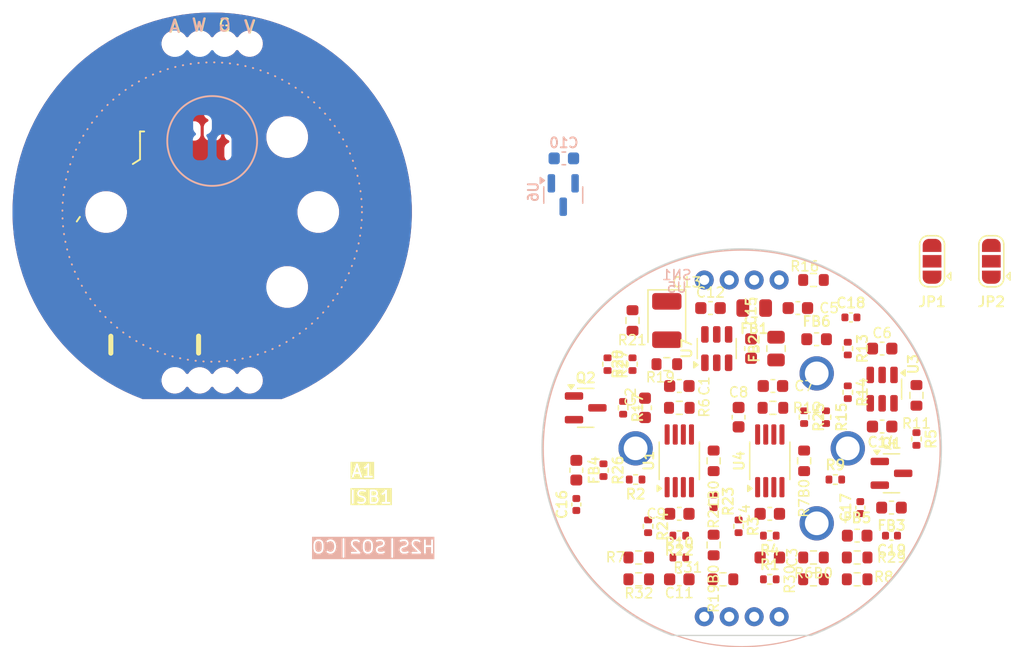
<source format=kicad_pcb>
(kicad_pcb (version 20241229) (generator "pcbnew") (generator_version "9.0")
  (layers (0 "F.Cu" signal) (2 "B.Cu" signal) (13 "F.Paste" user) (15 "B.Paste" user) (5 "F.SilkS" user "F.Silkscreen") (7 "B.SilkS" user "B.Silkscreen") (1 "F.Mask" user) (3 "B.Mask" user) (25 "Edge.Cuts" user))
  (net 0 "")
  (net 1 "Net-(SN1-CE)")
  (net 2 "Net-(C1-Pad2)")
  (net 3 "Net-(C4-Pad1)")
  (net 4 "Net-(U4A--)")
  (net 5 "Net-(U4B--)")
  (net 6 "Net-(C6-Pad1)")
  (net 7 "Net-(C6-Pad2)")
  (net 8 "VOFF")
  (net 9 "Net-(C7-Pad2)")
  (net 10 "Net-(C9-Pad1)")
  (net 11 "Net-(U1A--)")
  (net 12 "Net-(U1B--)")
  (net 13 "Net-(R29-Pad2)")
  (net 14 "+2.5V")
  (net 15 "+5V")
  (net 16 "GNDA")
  (net 17 "Net-(R32-Pad2)")
  (net 18 "Net-(JP1-A)")
  (net 19 "Net-(R30-Pad2)")
  (net 20 "VMID")
  (net 21 "Net-(R19B0-Pad2)")
  (net 22 "VCC")
  (net 23 "Net-(U7-EN)")
  (net 24 "O{slash}P1")
  (net 25 "O{slash}P2")
  (net 26 "+3V3")
  (net 27 "GND")
  (net 28 "TEMP")
  (net 30 "Net-(U4A-+)")
  (net 31 "Net-(U3--)")
  (net 32 "Net-(U1A-+)")
  (net 33 "REF")
  (net 34 "WORK")
  (net 35 "Net-(Q1-G)")
  (net 36 "AUX")
  (net 37 "Net-(Q2-G)")
  (net 38 "Net-(C16-Pad1)")
  (net 39 "Net-(C17-Pad1)")
  (net 40 "Net-(C18-Pad1)")
  (net 41 "Net-(C19-Pad2)")
  (net 42 "VCE")
  (footprint "Jumper:SolderJumper-3_P1.3mm_Open_RoundedPad1.0x1.5mm" (layer "F.Cu") (at 133.5 68.5 90)
    (property "Reference" "JP2" (at -3.25 0 180) (layer "F.SilkS") (effects (font (size 0.8 0.8))))
    (property "Value" "SolderJumper_3_Open")
    (pad "1" smd custom (at -1.3 0 90) (size 1 0.5) (layers "F.Cu" "F.Mask") (net 18 "Net-(JP1-A)") (options (clearance outline) (anchor rect)) (primitives (gr_circle (center 0 0.25) (end 0.5 0.25) (width 0) (fill yes)) (gr_circle (center 0 -0.25) (end 0.5 -0.25) (width 0) (fill yes)) (gr_poly (pts (xy 0.55 0.75) (xy 0 0.75) (xy 0 -0.75) (xy 0.55 -0.75)) (width 0) (fill yes))))
    (pad "2" smd rect (at 0 0 90) (size 1 1.5) (layers "F.Cu" "F.Mask") (net 42 "VCE"))
    (pad "3" smd custom (at 1.3 0 90) (size 1 0.5) (layers "F.Cu" "F.Mask") (net 14 "+2.5V") (options (clearance outline) (anchor rect)) (primitives (gr_circle (center 0 0.25) (end 0.5 0.25) (width 0) (fill yes)) (gr_circle (center 0 -0.25) (end 0.5 -0.25) (width 0) (fill yes)) (gr_poly (pts (xy 0 0.75) (xy -0.55 0.75) (xy -0.55 -0.75) (xy 0 -0.75)) (width 0) (fill yes))))
  )
  (footprint "Capacitor_SMD:C_0603_1608Metric" (layer "F.Cu") (at 113.25 81 90)
    (property "Reference" "C8" (at 2 0 0) (layer "F.SilkS") (effects (font (size 0.8 0.8) (thickness 0.12))))
    (property "Value" "100nF")
    (pad "1" smd roundrect (at -0.775 0 90) (size 0.9 0.95) (layers "F.Cu" "F.Mask" "F.Paste") (net 15 "+5V"))
    (pad "2" smd roundrect (at 0.775 0 90) (size 0.9 0.95) (layers "F.Cu" "F.Mask" "F.Paste") (net 16 "GNDA"))
  )
  (footprint "Resistor_SMD:R_0402_1005Metric" (layer "F.Cu") (at 106 89.75 -90)
    (property "Reference" "R24" (at 0 -1.17 270) (layer "F.SilkS") (effects (font (size 0.8 0.8))))
    (property "Value" "100R")
    (pad "1" smd roundrect (at -0.51 0 270) (size 0.54 0.64) (layers "F.Cu" "F.Mask" "F.Paste") (net 10 "Net-(C9-Pad1)"))
    (pad "2" smd roundrect (at 0.51 0 270) (size 0.54 0.64) (layers "F.Cu" "F.Mask" "F.Paste") (net 25 "O{slash}P2"))
  )
  (footprint "Capacitor_SMD:C_0603_1608Metric" (layer "F.Cu") (at 116 78.5 180)
    (property "Reference" "C7" (at -2.5 0 0) (layer "F.SilkS") (effects (font (size 0.8 0.8) (thickness 0.12))))
    (property "Value" "220nF")
    (pad "1" smd roundrect (at -0.775 0 180) (size 0.9 0.95) (layers "F.Cu" "F.Mask" "F.Paste") (net 5 "Net-(U4B--)"))
    (pad "2" smd roundrect (at 0.775 0 180) (size 0.9 0.95) (layers "F.Cu" "F.Mask" "F.Paste") (net 9 "Net-(C7-Pad2)"))
  )
  (footprint "Capacitor_SMD:C_0603_1608Metric" (layer "F.Cu") (at 124.75 81.75)
    (property "Reference" "C14" (at 0 1.25 0) (layer "F.SilkS") (effects (font (size 0.8 0.8))))
    (property "Value" "100nF")
    (pad "1" smd roundrect (at -0.775 0) (size 0.9 0.95) (layers "F.Cu" "F.Mask" "F.Paste") (net 15 "+5V"))
    (pad "2" smd roundrect (at 0.775 0) (size 0.9 0.95) (layers "F.Cu" "F.Mask" "F.Paste") (net 16 "GNDA"))
  )
  (footprint "Capacitor_SMD:C_0402_1005Metric" (layer "F.Cu") (at 123 88.25 90)
    (property "Reference" "C17" (at 0 -1.16 90) (layer "F.SilkS") (effects (font (size 0.8 0.8))))
    (property "Value" "1nF")
    (pad "1" smd roundrect (at -0.48 0 90) (size 0.56 0.62) (layers "F.Cu" "F.Mask" "F.Paste") (net 39 "Net-(C17-Pad1)"))
    (pad "2" smd roundrect (at 0.48 0 90) (size 0.56 0.62) (layers "F.Cu" "F.Mask" "F.Paste") (net 16 "GNDA"))
  )
  (footprint "Resistor_SMD:R_0402_1005Metric" (layer "F.Cu") (at 108.5 92.25)
    (property "Reference" "R10" (at 0 -1.17 0) (layer "F.SilkS") (effects (font (size 0.8 0.8))))
    (property "Value" "22K")
    (pad "1" smd roundrect (at -0.51 0) (size 0.54 0.64) (layers "F.Cu" "F.Mask" "F.Paste") (net 25 "O{slash}P2"))
    (pad "2" smd roundrect (at 0.51 0) (size 0.54 0.64) (layers "F.Cu" "F.Mask" "F.Paste") (net 16 "GNDA"))
  )
  (footprint "Capacitor_SMD:C_0603_1608Metric" (layer "F.Cu") (at 108.5 78.5 180)
    (property "Reference" "C1" (at -2 0 90) (layer "F.SilkS") (effects (font (size 0.8 0.8) (thickness 0.12))))
    (property "Value" "220nF")
    (pad "1" smd roundrect (at -0.775 0 180) (size 0.9 0.95) (layers "F.Cu" "F.Mask" "F.Paste") (net 12 "Net-(U1B--)"))
    (pad "2" smd roundrect (at 0.775 0 180) (size 0.9 0.95) (layers "F.Cu" "F.Mask" "F.Paste") (net 2 "Net-(C1-Pad2)"))
  )
  (footprint "Capacitor_SMD:C_0603_1608Metric" (layer "F.Cu") (at 108.5 94 180)
    (property "Reference" "C11" (at 0 -1.1 0) (layer "F.SilkS") (effects (font (size 0.8 0.8) (thickness 0.12))))
    (property "Value" "220pF")
    (pad "1" smd roundrect (at -0.775 0 180) (size 0.9 0.95) (layers "F.Cu" "F.Mask" "F.Paste") (net 16 "GNDA"))
    (pad "2" smd roundrect (at 0.775 0 180) (size 0.9 0.95) (layers "F.Cu" "F.Mask" "F.Paste") (net 25 "O{slash}P2"))
  )
  (footprint "Resistor_SMD:R_0402_1005Metric" (layer "F.Cu") (at 127.5 82.75 -90)
    (property "Reference" "R5" (at 0 -1.17 270) (layer "F.SilkS") (effects (font (size 0.8 0.8))))
    (property "Value" "1M")
    (pad "1" smd roundrect (at -0.51 0 270) (size 0.54 0.64) (layers "F.Cu" "F.Mask" "F.Paste") (net 35 "Net-(Q1-G)"))
    (pad "2" smd roundrect (at 0.51 0 270) (size 0.54 0.64) (layers "F.Cu" "F.Mask" "F.Paste") (net 15 "+5V"))
  )
  (footprint "Resistor_SMD:R_0603_1608Metric" (layer "F.Cu") (at 112 94 180)
    (property "Reference" "R31" (at 2.82 0.95 0) (layer "F.SilkS") (effects (font (size 0.8 0.8) (thickness 0.12))))
    (property "Value" "4.7K")
    (pad "1" smd roundrect (at -0.825 0 180) (size 0.8 0.95) (layers "F.Cu" "F.Mask" "F.Paste") (net 14 "+2.5V"))
    (pad "2" smd roundrect (at 0.825 0 180) (size 0.8 0.95) (layers "F.Cu" "F.Mask" "F.Paste") (net 21 "Net-(R19B0-Pad2)"))
  )
  (footprint "Package_SO:MSOP-8_3x3mm_P0.65mm" (layer "F.Cu") (at 108.5 84.5 90)
    (property "Reference" "U1" (at 0 -2.45 90) (layer "F.SilkS") (effects (font (size 0.8 0.8))))
    (property "Value" "LT6011IMS8#PBF")
    (pad "1" smd roundrect (at -2.1125 -0.975 90) (size 1.625 0.4) (layers "F.Cu" "F.Mask" "F.Paste") (net 10 "Net-(C9-Pad1)"))
    (pad "2" smd roundrect (at -2.1125 -0.325 90) (size 1.625 0.4) (layers "F.Cu" "F.Mask" "F.Paste") (net 11 "Net-(U1A--)"))
    (pad "3" smd roundrect (at -2.1125 0.325 90) (size 1.625 0.4) (layers "F.Cu" "F.Mask" "F.Paste") (net 32 "Net-(U1A-+)"))
    (pad "4" smd roundrect (at -2.1125 0.975 90) (size 1.625 0.4) (layers "F.Cu" "F.Mask" "F.Paste") (net 16 "GNDA"))
    (pad "5" smd roundrect (at 2.1125 0.975 90) (size 1.625 0.4) (layers "F.Cu" "F.Mask" "F.Paste") (net 20 "VMID"))
    (pad "6" smd roundrect (at 2.1125 0.325 90) (size 1.625 0.4) (layers "F.Cu" "F.Mask" "F.Paste") (net 12 "Net-(U1B--)"))
    (pad "7" smd roundrect (at 2.1125 -0.325 90) (size 1.625 0.4) (layers "F.Cu" "F.Mask" "F.Paste") (net 2 "Net-(C1-Pad2)"))
    (pad "8" smd roundrect (at 2.1125 -0.975 90) (size 1.625 0.4) (layers "F.Cu" "F.Mask" "F.Paste") (net 15 "+5V"))
  )
  (footprint "Capacitor_SMD:C_0603_1608Metric" (layer "F.Cu") (at 111 72.25 180)
    (property "Reference" "C12" (at 0 1.25 0) (layer "F.SilkS") (effects (font (size 0.8 0.8) (thickness 0.12))))
    (property "Value" "10uF")
    (pad "1" smd roundrect (at -0.775 0 180) (size 0.9 0.95) (layers "F.Cu" "F.Mask" "F.Paste") (net 16 "GNDA"))
    (pad "2" smd roundrect (at 0.775 0 180) (size 0.9 0.95) (layers "F.Cu" "F.Mask" "F.Paste") (net 14 "+2.5V"))
  )
  (footprint "Resistor_SMD:R_0603_1608Metric" (layer "F.Cu") (at 105.25 94 180)
    (property "Reference" "R32" (at -0.01 -1.12 0) (layer "F.SilkS") (effects (font (size 0.8 0.8) (thickness 0.12))))
    (property "Value" "4.7K")
    (pad "1" smd roundrect (at -0.825 0 180) (size 0.8 0.95) (layers "F.Cu" "F.Mask" "F.Paste") (net 21 "Net-(R19B0-Pad2)"))
    (pad "2" smd roundrect (at 0.825 0 180) (size 0.8 0.95) (layers "F.Cu" "F.Mask" "F.Paste") (net 17 "Net-(R32-Pad2)"))
  )
  (footprint "Capacitor_SMD:C_0603_1608Metric" (layer "F.Cu") (at 115.75 92.25 180)
    (property "Reference" "C3" (at -1.8 0 90) (layer "F.SilkS") (effects (font (size 0.8 0.8) (thickness 0.12))))
    (property "Value" "220pF")
    (pad "1" smd roundrect (at -0.775 0 180) (size 0.9 0.95) (layers "F.Cu" "F.Mask" "F.Paste") (net 16 "GNDA"))
    (pad "2" smd roundrect (at 0.775 0 180) (size 0.9 0.95) (layers "F.Cu" "F.Mask" "F.Paste") (net 24 "O{slash}P1"))
  )
  (footprint "Inductor_SMD:L_0603_1608Metric" (layer "F.Cu") (at 122.75 90.5)
    (property "Reference" "FB5" (at 0 -1.43 0) (layer "F.SilkS") (effects (font (size 0.8 0.8))))
    (property "Value" "LQW18ANR47J00D")
    (pad "1" smd roundrect (at -0.7875 0) (size 0.875 0.95) (layers "F.Cu" "F.Mask" "F.Paste") (net 1 "Net-(SN1-CE)"))
    (pad "2" smd roundrect (at 0.7875 0) (size 0.875 0.95) (layers "F.Cu" "F.Mask" "F.Paste") (net 41 "Net-(C19-Pad2)"))
  )
  (footprint "Package_SO:MSOP-8_3x3mm_P0.65mm" (layer "F.Cu") (at 115.75 84.5 90)
    (property "Reference" "U4" (at 0 -2.45 90) (layer "F.SilkS") (effects (font (size 0.8 0.8))))
    (property "Value" "LT6011IMS8#PBF")
    (pad "1" smd roundrect (at -2.1125 -0.975 90) (size 1.625 0.4) (layers "F.Cu" "F.Mask" "F.Paste") (net 3 "Net-(C4-Pad1)"))
    (pad "2" smd roundrect (at -2.1125 -0.325 90) (size 1.625 0.4) (layers "F.Cu" "F.Mask" "F.Paste") (net 4 "Net-(U4A--)"))
    (pad "3" smd roundrect (at -2.1125 0.325 90) (size 1.625 0.4) (layers "F.Cu" "F.Mask" "F.Paste") (net 30 "Net-(U4A-+)"))
    (pad "4" smd roundrect (at -2.1125 0.975 90) (size 1.625 0.4) (layers "F.Cu" "F.Mask" "F.Paste") (net 16 "GNDA"))
    (pad "5" smd roundrect (at 2.1125 0.975 90) (size 1.625 0.4) (layers "F.Cu" "F.Mask" "F.Paste") (net 20 "VMID"))
    (pad "6" smd roundrect (at 2.1125 0.325 90) (size 1.625 0.4) (layers "F.Cu" "F.Mask" "F.Paste") (net 5 "Net-(U4B--)"))
    (pad "7" smd roundrect (at 2.1125 -0.325 90) (size 1.625 0.4) (layers "F.Cu" "F.Mask" "F.Paste") (net 9 "Net-(C7-Pad2)"))
    (pad "8" smd roundrect (at 2.1125 -0.975 90) (size 1.625 0.4) (layers "F.Cu" "F.Mask" "F.Paste") (net 15 "+5V"))
  )
  (footprint "Resistor_SMD:R_0805_2012Metric" (layer "F.Cu") (at 114.5 72.25 180)
    (property "Reference" "FB1" (at 0 -1.65 0) (layer "F.SilkS") (effects (font (size 0.8 0.8))))
    (property "Value" "BLM21PG121SN1")
    (pad "1" smd roundrect (at -0.9125 0 180) (size 1.025 1.4) (layers "F.Cu" "F.Mask" "F.Paste") (roundrect_rratio 0.243902) (net 27 "GND"))
    (pad "2" smd roundrect (at 0.9125 0 180) (size 1.025 1.4) (layers "F.Cu" "F.Mask" "F.Paste") (roundrect_rratio 0.243902) (net 16 "GNDA"))
  )
  (footprint "Resistor_SMD:R_0402_1005Metric" (layer "F.Cu") (at 111.25 87.75 -90)
    (property "Reference" "R23" (at 0 -1.17 270) (layer "F.SilkS") (effects (font (size 0.8 0.8))))
    (property "Value" "1M")
    (pad "1" smd roundrect (at -0.51 0 270) (size 0.54 0.64) (layers "F.Cu" "F.Mask" "F.Paste") (net 32 "Net-(U1A-+)"))
    (pad "2" smd roundrect (at 0.51 0 270) (size 0.54 0.64) (layers "F.Cu" "F.Mask" "F.Paste") (net 16 "GNDA"))
  )
  (footprint "Resistor_SMD:R_0402_1005Metric" (layer "F.Cu") (at 115.75 94)
    (property "Reference" "R1" (at 0 -1.17 0) (layer "F.SilkS") (effects (font (size 0.8 0.8))))
    (property "Value" "22K")
    (pad "1" smd roundrect (at -0.51 0) (size 0.54 0.64) (layers "F.Cu" "F.Mask" "F.Paste") (net 24 "O{slash}P1"))
    (pad "2" smd roundrect (at 0.51 0) (size 0.54 0.64) (layers "F.Cu" "F.Mask" "F.Paste") (net 16 "GNDA"))
  )
  (footprint "Resistor_SMD:R_0603_1608Metric" (layer "F.Cu") (at 127.5 79.25 90)
    (property "Reference" "R11" (at -2.25 0 180) (layer "F.SilkS") (effects (font (size 0.8 0.8) (thickness 0.12))))
    (property "Value" "10R")
    (pad "1" smd roundrect (at -0.825 0 90) (size 0.8 0.95) (layers "F.Cu" "F.Mask" "F.Paste") (net 41 "Net-(C19-Pad2)"))
    (pad "2" smd roundrect (at 0.825 0 90) (size 0.8 0.95) (layers "F.Cu" "F.Mask" "F.Paste") (net 6 "Net-(C6-Pad1)"))
  )
  (footprint "Capacitor_SMD:C_0402_1005Metric" (layer "F.Cu") (at 100.25 88 90)
    (property "Reference" "C16" (at 0 -1.16 90) (layer "F.SilkS") (effects (font (size 0.8 0.8))))
    (property "Value" "1nF")
    (pad "1" smd roundrect (at -0.48 0 90) (size 0.56 0.62) (layers "F.Cu" "F.Mask" "F.Paste") (net 38 "Net-(C16-Pad1)"))
    (pad "2" smd roundrect (at 0.48 0 90) (size 0.56 0.62) (layers "F.Cu" "F.Mask" "F.Paste") (net 16 "GNDA"))
  )
  (footprint "Capacitor_SMD:C_0603_1608Metric" (layer "F.Cu") (at 115.75 88.75)
    (property "Reference" "C4" (at -2 0 90) (layer "F.SilkS") (effects (font (size 0.8 0.8) (thickness 0.12))))
    (property "Value" "10nF")
    (pad "1" smd roundrect (at -0.775 0) (size 0.9 0.95) (layers "F.Cu" "F.Mask" "F.Paste") (net 3 "Net-(C4-Pad1)"))
    (pad "2" smd roundrect (at 0.775 0) (size 0.9 0.95) (layers "F.Cu" "F.Mask" "F.Paste") (net 4 "Net-(U4A--)"))
  )
  (footprint "Capacitor_SMD:C_0402_1005Metric" (layer "F.Cu") (at 122.25 73)
    (property "Reference" "C18" (at 0 -1.16 0) (layer "F.SilkS") (effects (font (size 0.8 0.8))))
    (property "Value" "1nF")
    (pad "1" smd roundrect (at -0.48 0) (size 0.56 0.62) (layers "F.Cu" "F.Mask" "F.Paste") (net 40 "Net-(C18-Pad1)"))
    (pad "2" smd roundrect (at 0.48 0) (size 0.56 0.62) (layers "F.Cu" "F.Mask" "F.Paste") (net 16 "GNDA"))
  )
  (footprint "Resistor_SMD:R_0402_1005Metric" (layer "F.Cu") (at 102.425 85.25 -90)
    (property "Reference" "R26" (at 0 -1.17 270) (layer "F.SilkS") (effects (font (size 0.8 0.8))))
    (property "Value" "1M")
    (pad "1" smd roundrect (at -0.51 0 270) (size 0.54 0.64) (layers "F.Cu" "F.Mask" "F.Paste") (net 8 "VOFF"))
    (pad "2" smd roundrect (at 0.51 0 270) (size 0.54 0.64) (layers "F.Cu" "F.Mask" "F.Paste") (net 12 "Net-(U1B--)"))
  )
  (footprint "Inductor_SMD:L_0603_1608Metric" (layer "F.Cu") (at 125.5 88.25 180)
    (property "Reference" "FB3" (at 0 -1.43 0) (layer "F.SilkS") (effects (font (size 0.8 0.8))))
    (property "Value" "LQW18ANR47J00D")
    (pad "1" smd roundrect (at -0.7875 0 180) (size 0.875 0.95) (layers "F.Cu" "F.Mask" "F.Paste") (net 34 "WORK"))
    (pad "2" smd roundrect (at 0.7875 0 180) (size 0.875 0.95) (layers "F.Cu" "F.Mask" "F.Paste") (net 39 "Net-(C17-Pad1)"))
  )
  (footprint "Resistor_SMD:R_0402_1005Metric" (layer "F.Cu") (at 115.75 90.5 180)
    (property "Reference" "R4" (at 0 -1.17 180) (layer "F.SilkS") (effects (font (size 0.8 0.8))))
    (property "Value" "1M")
    (pad "1" smd roundrect (at -0.51 0 180) (size 0.54 0.64) (layers "F.Cu" "F.Mask" "F.Paste") (net 4 "Net-(U4A--)"))
    (pad "2" smd roundrect (at 0.51 0 180) (size 0.54 0.64) (layers "F.Cu" "F.Mask" "F.Paste") (net 24 "O{slash}P1"))
  )
  (footprint "Capacitor_SMD:C_0603_1608Metric" (layer "F.Cu") (at 124.75 75.5 180)
    (property "Reference" "C6" (at 0 1.25 180) (layer "F.SilkS") (effects (font (size 0.8 0.8) (thickness 0.12))))
    (property "Value" "1uF")
    (pad "1" smd roundrect (at -0.775 0 180) (size 0.9 0.95) (layers "F.Cu" "F.Mask" "F.Paste") (net 6 "Net-(C6-Pad1)"))
    (pad "2" smd roundrect (at 0.775 0 180) (size 0.9 0.95) (layers "F.Cu" "F.Mask" "F.Paste") (net 7 "Net-(C6-Pad2)"))
  )
  (footprint "Package_TO_SOT_SMD:SOT-23-6" (layer "F.Cu") (at 111.5 75.5 90)
    (property "Reference" "U7" (at 0 -2.4 90) (layer "F.SilkS") (effects (font (size 0.8 0.8))))
    (property "Value" "REF35250QDBVR")
    (pad "1" smd roundrect (at -1.1375 -0.95 90) (size 1.325 0.6) (layers "F.Cu" "F.Mask" "F.Paste") (net 16 "GNDA"))
    (pad "2" smd roundrect (at -1.1375 0 90) (size 1.325 0.6) (layers "F.Cu" "F.Mask" "F.Paste") (net 16 "GNDA"))
    (pad "3" smd roundrect (at -1.1375 0.95 90) (size 1.325 0.6) (layers "F.Cu" "F.Mask" "F.Paste") (net 23 "Net-(U7-EN)"))
    (pad "4" smd roundrect (at 1.1375 0.95 90) (size 1.325 0.6) (layers "F.Cu" "F.Mask" "F.Paste") (net 23 "Net-(U7-EN)"))
    (pad "5" smd roundrect (at 1.1375 0 90) (size 1.325 0.6) (layers "F.Cu" "F.Mask" "F.Paste") (net 14 "+2.5V"))
    (pad "6" smd roundrect (at 1.1375 -0.95 90) (size 1.325 0.6) (layers "F.Cu" "F.Mask" "F.Paste") (net 14 "+2.5V"))
  )
  (footprint "Resistor_SMD:R_0402_1005Metric" (layer "F.Cu") (at 113.25 89.75 -90)
    (property "Reference" "R3" (at 0 -1.17 270) (layer "F.SilkS") (effects (font (size 0.8 0.8))))
    (property "Value" "100R")
    (pad "1" smd roundrect (at -0.51 0 270) (size 0.54 0.64) (layers "F.Cu" "F.Mask" "F.Paste") (net 3 "Net-(C4-Pad1)"))
    (pad "2" smd roundrect (at 0.51 0 270) (size 0.54 0.64) (layers "F.Cu" "F.Mask" "F.Paste") (net 24 "O{slash}P1"))
  )
  (footprint "Resistor_SMD:R_0402_1005Metric" (layer "F.Cu") (at 108.5 90.5 180)
    (property "Reference" "R22" (at 0 -1.17 180) (layer "F.SilkS") (effects (font (size 0.8 0.8))))
    (property "Value" "1M")
    (pad "1" smd roundrect (at -0.51 0 180) (size 0.54 0.64) (layers "F.Cu" "F.Mask" "F.Paste") (net 11 "Net-(U1A--)"))
    (pad "2" smd roundrect (at 0.51 0 180) (size 0.54 0.64) (layers "F.Cu" "F.Mask" "F.Paste") (net 25 "O{slash}P2"))
  )
  (footprint "Resistor_SMD:R_0402_1005Metric" (layer "F.Cu") (at 121 86)
    (property "Reference" "R9" (at 0 -1.17 0) (layer "F.SilkS") (effects (font (size 0.8 0.8))))
    (property "Value" "1M")
    (pad "1" smd roundrect (at -0.51 0) (size 0.54 0.64) (layers "F.Cu" "F.Mask" "F.Paste") (net 30 "Net-(U4A-+)"))
    (pad "2" smd roundrect (at 0.51 0) (size 0.54 0.64) (layers "F.Cu" "F.Mask" "F.Paste") (net 16 "GNDA"))
  )
  (footprint "Resistor_SMD:R_0402_1005Metric" (layer "F.Cu") (at 104 80.25 -90)
    (property "Reference" "R17" (at 0 -1.17 270) (layer "F.SilkS") (effects (font (size 0.8 0.8))))
    (property "Value" "1M")
    (pad "1" smd roundrect (at -0.51 0 270) (size 0.54 0.64) (layers "F.Cu" "F.Mask" "F.Paste") (net 37 "Net-(Q2-G)"))
    (pad "2" smd roundrect (at 0.51 0 270) (size 0.54 0.64) (layers "F.Cu" "F.Mask" "F.Paste") (net 15 "+5V"))
  )
  (footprint "Capacitor_Tantalum_SMD:CP_EIA-3528-12_Kemet-T" (layer "F.Cu") (at 107.5 73.25 -90)
    (property "Reference" "C13" (at -3.0625 -1.6 0) (layer "F.SilkS") (effects (font (size 0.8 0.8) (thickness 0.12))))
    (property "Value" "100uF")
    (pad "1" smd roundrect (at -1.5375 0 270) (size 1.325 2.35) (layers "F.Cu" "F.Mask" "F.Paste") (roundrect_rratio 0.188679) (net 14 "+2.5V"))
    (pad "2" smd roundrect (at 1.5375 0 270) (size 1.325 2.35) (layers "F.Cu" "F.Mask" "F.Paste") (roundrect_rratio 0.188679) (net 18 "Net-(JP1-A)"))
  )
  (footprint "Inductor_SMD:L_0603_1608Metric" (layer "F.Cu") (at 119.5 74.75)
    (property "Reference" "FB6" (at 0 -1.43 0) (layer "F.SilkS") (effects (font (size 0.8 0.8))))
    (property "Value" "LQW18ANR47J00D")
    (pad "1" smd roundrect (at -0.7875 0) (size 0.875 0.95) (layers "F.Cu" "F.Mask" "F.Paste") (net 33 "REF"))
    (pad "2" smd roundrect (at 0.7875 0) (size 0.875 0.95) (layers "F.Cu" "F.Mask" "F.Paste") (net 40 "Net-(C18-Pad1)"))
  )
  (footprint "Resistor_SMD:R_0402_1005Metric" (layer "F.Cu") (at 118.5 81 -90)
    (property "Reference" "R25" (at 0 -1.17 270) (layer "F.SilkS") (effects (font (size 0.8 0.8))))
    (property "Value" "1M")
    (pad "1" smd roundrect (at -0.51 0 270) (size 0.54 0.64) (layers "F.Cu" "F.Mask" "F.Paste") (net 8 "VOFF"))
    (pad "2" smd roundrect (at 0.51 0 270) (size 0.54 0.64) (layers "F.Cu" "F.Mask" "F.Paste") (net 5 "Net-(U4B--)"))
  )
  (footprint "Resistor_SMD:R_0603_1608Metric" (layer "F.Cu") (at 105.25 92.25)
    (property "Reference" "R7" (at -1.86 -0.02 0) (layer "F.SilkS") (effects (font (size 0.8 0.8) (thickness 0.12))))
    (property "Value" "200K")
    (pad "1" smd roundrect (at -0.825 0) (size 0.8 0.95) (layers "F.Cu" "F.Mask" "F.Paste") (net 17 "Net-(R32-Pad2)"))
    (pad "2" smd roundrect (at 0.825 0) (size 0.8 0.95) (layers "F.Cu" "F.Mask" "F.Paste") (net 16 "GNDA"))
  )
  (footprint "Capacitor_SMD:C_0603_1608Metric" (layer "F.Cu") (at 114.25 75.5 -90)
    (property "Reference" "C15" (at -3 0 90) (layer "F.SilkS") (effects (font (size 0.8 0.8))))
    (property "Value" "1uF")
    (pad "1" smd roundrect (at -0.775 0 270) (size 0.9 0.95) (layers "F.Cu" "F.Mask" "F.Paste") (net 16 "GNDA"))
    (pad "2" smd roundrect (at 0.775 0 270) (size 0.9 0.95) (layers "F.Cu" "F.Mask" "F.Paste") (net 23 "Net-(U7-EN)"))
  )
  (footprint "Resistor_SMD:R_0603_1608Metric" (layer "F.Cu") (at 108.5 80.25 180)
    (property "Reference" "R6" (at -2 0 90) (layer "F.SilkS") (effects (font (size 0.8 0.8) (thickness 0.12))))
    (property "Value" "147K")
    (pad "1" smd roundrect (at -0.825 0 180) (size 0.8 0.95) (layers "F.Cu" "F.Mask" "F.Paste") (net 12 "Net-(U1B--)"))
    (pad "2" smd roundrect (at 0.825 0 180) (size 0.8 0.95) (layers "F.Cu" "F.Mask" "F.Paste") (net 2 "Net-(C1-Pad2)"))
  )
  (footprint "Resistor_SMD:R_0603_1608Metric" (layer "F.Cu") (at 111.25 91.25 -90)
    (property "Reference" "R19B0" (at 3.5 0 90) (layer "F.SilkS") (effects (font (size 0.8 0.8) (thickness 0.12))))
    (property "Value" "180K")
    (pad "1" smd roundrect (at -0.825 0 270) (size 0.8 0.95) (layers "F.Cu" "F.Mask" "F.Paste") (net 11 "Net-(U1A--)"))
    (pad "2" smd roundrect (at 0.825 0 270) (size 0.8 0.95) (layers "F.Cu" "F.Mask" "F.Paste") (net 21 "Net-(R19B0-Pad2)"))
  )
  (footprint "Capacitor_SMD:C_0603_1608Metric" (layer "F.Cu") (at 105.75 80.25 90)
    (property "Reference" "C2" (at 0.86 -1.15 90) (layer "F.SilkS") (effects (font (size 0.8 0.8) (thickness 0.12))))
    (property "Value" "100nF")
    (pad "1" smd roundrect (at -0.775 0 90) (size 0.9 0.95) (layers "F.Cu" "F.Mask" "F.Paste") (net 15 "+5V"))
    (pad "2" smd roundrect (at 0.775 0 90) (size 0.9 0.95) (layers "F.Cu" "F.Mask" "F.Paste") (net 16 "GNDA"))
  )
  (footprint "Jumper:SolderJumper-3_P1.3mm_Open_RoundedPad1.0x1.5mm" (layer "F.Cu") (at 128.75 68.5 90)
    (property "Reference" "JP1" (at -3.25 0 180) (layer "F.SilkS") (effects (font (size 0.8 0.8))))
    (property "Value" "SolderJumper_3_Open")
    (pad "1" smd custom (at -1.3 0 90) (size 1 0.5) (layers "F.Cu" "F.Mask") (net 18 "Net-(JP1-A)") (options (clearance outline) (anchor rect)) (primitives (gr_circle (center 0 0.25) (end 0.5 0.25) (width 0) (fill yes)) (gr_circle (center 0 -0.25) (end 0.5 -0.25) (width 0) (fill yes)) (gr_poly (pts (xy 0.55 0.75) (xy 0 0.75) (xy 0 -0.75) (xy 0.55 -0.75)) (width 0) (fill yes))))
    (pad "2" smd rect (at 0 0 90) (size 1 1.5) (layers "F.Cu" "F.Mask") (net 20 "VMID"))
    (pad "3" smd custom (at 1.3 0 90) (size 1 0.5) (layers "F.Cu" "F.Mask") (net 14 "+2.5V") (options (clearance outline) (anchor rect)) (primitives (gr_circle (center 0 0.25) (end 0.5 0.25) (width 0) (fill yes)) (gr_circle (center 0 -0.25) (end 0.5 -0.25) (width 0) (fill yes)) (gr_poly (pts (xy 0 0.75) (xy -0.55 0.75) (xy -0.55 -0.75) (xy 0 -0.75)) (width 0) (fill yes))))
  )
  (footprint "Package_TO_SOT_SMD:SOT-23" (layer "F.Cu") (at 125.5 85.5)
    (property "Reference" "Q1" (at 0 -2.4 0) (layer "F.SilkS") (effects (font (size 0.8 0.8))))
    (property "Value" "MMBFJ270")
    (pad "1" smd roundrect (at -0.9375 -0.95) (size 1.475 0.6) (layers "F.Cu" "F.Mask" "F.Paste") (net 33 "REF"))
    (pad "2" smd roundrect (at -0.9375 0.95) (size 1.475 0.6) (layers "F.Cu" "F.Mask" "F.Paste") (net 34 "WORK"))
    (pad "3" smd roundrect (at 0.9375 0) (size 1.475 0.6) (layers "F.Cu" "F.Mask" "F.Paste") (net 35 "Net-(Q1-G)"))
  )
  (footprint "Resistor_SMD:R_0603_1608Metric" (layer "F.Cu") (at 111.25 84.5 90)
    (property "Reference" "R21B0" (at -3.5 0 90) (layer "F.SilkS") (effects (font (size 0.8 0.8) (thickness 0.12))))
    (property "Value" "200K")
    (pad "1" smd roundrect (at -0.825 0 90) (size 0.8 0.95) (layers "F.Cu" "F.Mask" "F.Paste") (net 32 "Net-(U1A-+)"))
    (pad "2" smd roundrect (at 0.825 0 90) (size 0.8 0.95) (layers "F.Cu" "F.Mask" "F.Paste") (net 2 "Net-(C1-Pad2)"))
  )
  (footprint "Package_TO_SOT_SMD:SOT-23" (layer "F.Cu") (at 101 80.25)
    (property "Reference" "Q2" (at 0 -2.4 0) (layer "F.SilkS") (effects (font (size 0.8 0.8))))
    (property "Value" "MMBFJ270")
    (pad "1" smd roundrect (at -0.9375 -0.95) (size 1.475 0.6) (layers "F.Cu" "F.Mask" "F.Paste") (net 33 "REF"))
    (pad "2" smd roundrect (at -0.9375 0.95) (size 1.475 0.6) (layers "F.Cu" "F.Mask" "F.Paste") (net 36 "AUX"))
    (pad "3" smd roundrect (at 0.9375 0) (size 1.475 0.6) (layers "F.Cu" "F.Mask" "F.Paste") (net 37 "Net-(Q2-G)"))
  )
  (footprint "Capacitor_SMD:C_0603_1608Metric" (layer "F.Cu") (at 108.5 88.75)
    (property "Reference" "C9" (at -1.85 0 0) (layer "F.SilkS") (effects (font (size 0.8 0.8) (thickness 0.12))))
    (property "Value" "10nF")
    (pad "1" smd roundrect (at -0.775 0) (size 0.9 0.95) (layers "F.Cu" "F.Mask" "F.Paste") (net 10 "Net-(C9-Pad1)"))
    (pad "2" smd roundrect (at 0.775 0) (size 0.9 0.95) (layers "F.Cu" "F.Mask" "F.Paste") (net 11 "Net-(U1A--)"))
  )
  (footprint "Resistor_SMD:R_0603_1608Metric" (layer "F.Cu") (at 122.75 92.25 180)
    (property "Reference" "R29" (at -2.75 0 0) (layer "F.SilkS") (effects (font (size 0.8 0.8) (thickness 0.12))))
    (property "Value" "4.7K")
    (pad "1" smd roundrect (at -0.825 0 180) (size 0.8 0.95) (layers "F.Cu" "F.Mask" "F.Paste") (net 14 "+2.5V"))
    (pad "2" smd roundrect (at 0.825 0 180) (size 0.8 0.95) (layers "F.Cu" "F.Mask" "F.Paste") (net 13 "Net-(R29-Pad2)"))
  )
  (footprint "Capacitor_SMD:C_0603_1608Metric" (layer "F.Cu") (at 118 72.25 180)
    (property "Reference" "C5" (at -2.5 0 0) (layer "F.SilkS") (effects (font (size 0.8 0.8) (thickness 0.12))))
    (property "Value" "1uF")
    (pad "1" smd roundrect (at -0.775 0 180) (size 0.9 0.95) (layers "F.Cu" "F.Mask" "F.Paste") (net 16 "GNDA"))
    (pad "2" smd roundrect (at 0.775 0 180) (size 0.9 0.95) (layers "F.Cu" "F.Mask" "F.Paste") (net 15 "+5V"))
  )
  (footprint "Resistor_SMD:R_0402_1005Metric" (layer "F.Cu") (at 122 75.5 -90)
    (property "Reference" "R13" (at 0 -1.17 270) (layer "F.SilkS") (effects (font (size 0.8 0.8))))
    (property "Value" "10K")
    (pad "1" smd roundrect (at -0.51 0 270) (size 0.54 0.64) (layers "F.Cu" "F.Mask" "F.Paste") (net 40 "Net-(C18-Pad1)"))
    (pad "2" smd roundrect (at 0.51 0 270) (size 0.54 0.64) (layers "F.Cu" "F.Mask" "F.Paste") (net 7 "Net-(C6-Pad2)"))
  )
  (footprint "Resistor_SMD:R_0402_1005Metric" (layer "F.Cu") (at 122 79 -90)
    (property "Reference" "R14" (at 0 -1.17 270) (layer "F.SilkS") (effects (font (size 0.8 0.8))))
    (property "Value" "10K")
    (pad "1" smd roundrect (at -0.51 0 270) (size 0.54 0.64) (layers "F.Cu" "F.Mask" "F.Paste") (net 7 "Net-(C6-Pad2)"))
    (pad "2" smd roundrect (at 0.51 0 270) (size 0.54 0.64) (layers "F.Cu" "F.Mask" "F.Paste") (net 31 "Net-(U3--)"))
  )
  (footprint "Resistor_SMD:R_0402_1005Metric" (layer "F.Cu") (at 104.75 76.75 90)
    (property "Reference" "R28" (at 0 -1.17 90) (layer "F.SilkS") (effects (font (size 0.8 0.8))))
    (property "Value" "10K")
    (pad "1" smd roundrect (at -0.51 0 90) (size 0.54 0.64) (layers "F.Cu" "F.Mask" "F.Paste") (net 8 "VOFF"))
    (pad "2" smd roundrect (at 0.51 0 90) (size 0.54 0.64) (layers "F.Cu" "F.Mask" "F.Paste") (net 18 "Net-(JP1-A)"))
  )
  (footprint "Resistor_SMD:R_0402_1005Metric" (layer "F.Cu") (at 102.75 76.75 -90)
    (property "Reference" "R27" (at 0 -1.17 270) (layer "F.SilkS") (effects (font (size 0.8 0.8))))
    (property "Value" "1M")
    (pad "1" smd roundrect (at -0.51 0 270) (size 0.54 0.64) (layers "F.Cu" "F.Mask" "F.Paste") (net 14 "+2.5V"))
    (pad "2" smd roundrect (at 0.51 0 270) (size 0.54 0.64) (layers "F.Cu" "F.Mask" "F.Paste") (net 8 "VOFF"))
  )
  (footprint "Resistor_SMD:R_0603_1608Metric" (layer "F.Cu") (at 104.75 73.25 -90)
    (property "Reference" "R21" (at 1.57 0.02 0) (layer "F.SilkS") (effects (font (size 0.8 0.8) (thickness 0.12))))
    (property "Value" "30K")
    (pad "1" smd roundrect (at -0.825 0 270) (size 0.8 0.95) (layers "F.Cu" "F.Mask" "F.Paste") (net 14 "+2.5V"))
    (pad "2" smd roundrect (at 0.825 0 270) (size 0.8 0.95) (layers "F.Cu" "F.Mask" "F.Paste") (net 18 "Net-(JP1-A)"))
  )
  (footprint "Capacitor_SMD:C_0402_1005Metric" (layer "F.Cu") (at 125.5 90.5 180)
    (property "Reference" "C19" (at 0 -1.16 0) (layer "F.SilkS") (effects (font (size 0.8 0.8))))
    (property "Value" "1nF")
    (pad "1" smd roundrect (at -0.48 0 180) (size 0.56 0.62) (layers "F.Cu" "F.Mask" "F.Paste") (net 16 "GNDA"))
    (pad "2" smd roundrect (at 0.48 0 180) (size 0.56 0.62) (layers "F.Cu" "F.Mask" "F.Paste") (net 41 "Net-(C19-Pad2)"))
  )
  (footprint "Inductor_SMD:L_0603_1608Metric" (layer "F.Cu") (at 100.25 85.25 -90)
    (property "Reference" "FB4" (at 0 -1.43 90) (layer "F.SilkS") (effects (font (size 0.8 0.8))))
    (property "Value" "LQW18ANR47J00D")
    (pad "1" smd roundrect (at -0.7875 0 270) (size 0.875 0.95) (layers "F.Cu" "F.Mask" "F.Paste") (net 36 "AUX"))
    (pad "2" smd roundrect (at 0.7875 0 270) (size 0.875 0.95) (layers "F.Cu" "F.Mask" "F.Paste") (net 38 "Net-(C16-Pad1)"))
  )
  (footprint "Resistor_SMD:R_0603_1608Metric" (layer "F.Cu") (at 119.25 92.25)
    (property "Reference" "R6B0" (at 0 1.25 0) (layer "F.SilkS") (effects (font (size 0.8 0.8) (thickness 0.12))))
    (property "Value" "180K")
    (pad "1" smd roundrect (at -0.825 0) (size 0.8 0.95) (layers "F.Cu" "F.Mask" "F.Paste") (net 4 "Net-(U4A--)"))
    (pad "2" smd roundrect (at 0.825 0) (size 0.8 0.95) (layers "F.Cu" "F.Mask" "F.Paste") (net 13 "Net-(R29-Pad2)"))
  )
  (footprint "Resistor_SMD:R_0805_2012Metric" (layer "F.Cu") (at 116.25 75.5 -90)
    (property "Reference" "FB2" (at 0 1.75 90) (layer "F.SilkS") (effects (font (size 0.8 0.8))))
    (property "Value" "BLM21PG121SN1")
    (pad "1" smd roundrect (at -0.9125 0 270) (size 1.025 1.4) (layers "F.Cu" "F.Mask" "F.Paste") (roundrect_rratio 0.243902) (net 15 "+5V"))
    (pad "2" smd roundrect (at 0.9125 0 270) (size 1.025 1.4) (layers "F.Cu" "F.Mask" "F.Paste") (roundrect_rratio 0.243902) (net 23 "Net-(U7-EN)"))
  )
  (footprint "Resistor_SMD:R_0603_1608Metric" (layer "F.Cu") (at 116 80.25 180)
    (property "Reference" "R12" (at -2.75 0 0) (layer "F.SilkS") (effects (font (size 0.8 0.8) (thickness 0.12))))
    (property "Value" "147K")
    (pad "1" smd roundrect (at -0.825 0 180) (size 0.8 0.95) (layers "F.Cu" "F.Mask" "F.Paste") (net 5 "Net-(U4B--)"))
    (pad "2" smd roundrect (at 0.825 0 180) (size 0.8 0.95) (layers "F.Cu" "F.Mask" "F.Paste") (net 9 "Net-(C7-Pad2)"))
  )
  (footprint "Resistor_SMD:R_0603_1608Metric" (layer "F.Cu") (at 119.25 94)
    (property "Reference" "R30" (at -1.9 0 90) (layer "F.SilkS") (effects (font (size 0.8 0.8) (thickness 0.12))))
    (property "Value" "4.7K")
    (pad "1" smd roundrect (at -0.825 0) (size 0.8 0.95) (layers "F.Cu" "F.Mask" "F.Paste") (net 13 "Net-(R29-Pad2)"))
    (pad "2" smd roundrect (at 0.825 0) (size 0.8 0.95) (layers "F.Cu" "F.Mask" "F.Paste") (net 19 "Net-(R30-Pad2)"))
  )
  (footprint "Resistor_SMD:R_0603_1608Metric" (layer "F.Cu") (at 107.5 76.75 180)
    (property "Reference" "R19" (at 0.52 -1.05 180) (layer "F.SilkS") (effects (font (size 0.8 0.8) (thickness 0.12))))
    (property "Value" "220K")
    (pad "1" smd roundrect (at -0.825 0 180) (size 0.8 0.95) (layers "F.Cu" "F.Mask" "F.Paste") (net 18 "Net-(JP1-A)"))
    (pad "2" smd roundrect (at 0.825 0 180) (size 0.8 0.95) (layers "F.Cu" "F.Mask" "F.Paste") (net 16 "GNDA"))
  )
  (footprint "Resistor_SMD:R_0603_1608Metric" (layer "F.Cu") (at 122.75 94)
    (property "Reference" "R8" (at 2.13 -0.2 0) (layer "F.SilkS") (effects (font (size 0.8 0.8) (thickness 0.12))))
    (property "Value" "200K")
    (pad "1" smd roundrect (at -0.825 0) (size 0.8 0.95) (layers "F.Cu" "F.Mask" "F.Paste") (net 19 "Net-(R30-Pad2)"))
    (pad "2" smd roundrect (at 0.825 0) (size 0.8 0.95) (layers "F.Cu" "F.Mask" "F.Paste") (net 16 "GNDA"))
  )
  (footprint "Package_TO_SOT_SMD:SOT-23-6" (layer "F.Cu") (at 124.75 78.75 -90)
    (property "Reference" "U3" (at -2 -2.5 90) (layer "F.SilkS") (effects (font (size 0.8 0.8))))
    (property "Value" "TLV8811")
    (pad "1" smd roundrect (at -1.1375 -0.95 270) (size 1.325 0.6) (layers "F.Cu" "F.Mask" "F.Paste") (net 6 "Net-(C6-Pad1)"))
    (pad "2" smd roundrect (at -1.1375 0 270) (size 1.325 0.6) (layers "F.Cu" "F.Mask" "F.Paste") (net 16 "GNDA"))
    (pad "3" smd roundrect (at -1.1375 0.95 270) (size 1.325 0.6) (layers "F.Cu" "F.Mask" "F.Paste") (net 42 "VCE"))
    (pad "4" smd roundrect (at 1.1375 0.95 270) (size 1.325 0.6) (layers "F.Cu" "F.Mask" "F.Paste") (net 31 "Net-(U3--)"))
    (pad "5" smd roundrect (at 1.1375 0 270) (size 1.325 0.6) (layers "F.Cu" "F.Mask" "F.Paste") (net 15 "+5V"))
    (pad "6" smd roundrect (at 1.1375 -0.95 270) (size 1.325 0.6) (layers "F.Cu" "F.Mask" "F.Paste"))
  )
  (footprint "Resistor_SMD:R_0402_1005Metric" (layer "F.Cu") (at 120.25 81 90)
    (property "Reference" "R15" (at 0 1.25 90) (layer "F.SilkS") (effects (font (size 0.8 0.8))))
    (property "Value" "47R")
    (pad "1" smd roundrect (at -0.51 0 90) (size 0.54 0.64) (layers "F.Cu" "F.Mask" "F.Paste") (net 39 "Net-(C17-Pad1)"))
    (pad "2" smd roundrect (at 0.51 0 90) (size 0.54 0.64) (layers "F.Cu" "F.Mask" "F.Paste") (net 5 "Net-(U4B--)"))
  )
  (footprint "Resistor_SMD:R_0603_1608Metric" (layer "F.Cu") (at 119.25 70)
    (property "Reference" "R16" (at -0.7 -1.1 0) (layer "F.SilkS") (effects (font (size 0.8 0.8) (thickness 0.12))))
    (property "Value" "22R")
    (pad "1" smd roundrect (at -0.825 0) (size 0.8 0.95) (layers "F.Cu" "F.Mask" "F.Paste") (net 22 "VCC"))
    (pad "2" smd roundrect (at 0.825 0) (size 0.8 0.95) (layers "F.Cu" "F.Mask" "F.Paste") (net 15 "+5V"))
  )
  (footprint "Resistor_SMD:R_0603_1608Metric" (layer "F.Cu") (at 118.5 84.5 90)
    (property "Reference" "R7B0" (at -3 0 90) (layer "F.SilkS") (effects (font (size 0.8 0.8) (thickness 0.12))))
    (property "Value" "200K")
    (pad "1" smd roundrect (at -0.825 0 90) (size 0.8 0.95) (layers "F.Cu" "F.Mask" "F.Paste") (net 30 "Net-(U4A-+)"))
    (pad "2" smd roundrect (at 0.825 0 90) (size 0.8 0.95) (layers "F.Cu" "F.Mask" "F.Paste") (net 9 "Net-(C7-Pad2)"))
  )
  (footprint "Resistor_SMD:R_0402_1005Metric" (layer "F.Cu") (at 105 86 180)
    (property "Reference" "R2" (at 0 -1.17 180) (layer "F.SilkS") (effects (font (size 0.8 0.8))))
    (property "Value" "47R")
    (pad "1" smd roundrect (at -0.51 0 180) (size 0.54 0.64) (layers "F.Cu" "F.Mask" "F.Paste") (net 12 "Net-(U1B--)"))
    (pad "2" smd roundrect (at 0.51 0 180) (size 0.54 0.64) (layers "F.Cu" "F.Mask" "F.Paste") (net 38 "Net-(C16-Pad1)"))
  )
  (footprint "OGS_BASE:OGSB_2MM" (layer "B.Cu") (at 113.5 83.5 180)
    (property "Reference" "U5" (at 5.2 12.9 0) (layer "B.SilkS") (effects (font (size 0.8 0.8) (thickness 0.12)) (justify mirror)))
    (property "Value" "OGS")
    (pad "7" thru_hole circle (at -3 13.5 180) (size 1.524 1.524) (drill 0.8) (layers "*.Cu" "*.Mask") (net 22 "VCC"))
    (pad "8" thru_hole circle (at -1 13.5 180) (size 1.524 1.524) (drill 0.8) (layers "*.Cu" "*.Mask") (net 27 "GND"))
    (pad "9" thru_hole circle (at 1 13.5 180) (size 1.524 1.524) (drill 0.8) (layers "*.Cu" "*.Mask") (net 24 "O{slash}P1"))
    (pad "10" thru_hole circle (at 3 13.5 180) (size 1.524 1.524) (drill 0.8) (layers "*.Cu" "*.Mask") (net 25 "O{slash}P2"))
    (pad "11" thru_hole circle (at -3 -13.5 180) (size 1.524 1.524) (drill 0.8) (layers "*.Cu" "*.Mask") (net 26 "+3V3"))
    (pad "12" thru_hole circle (at -1 -13.5 180) (size 1.524 1.524) (drill 0.8) (layers "*.Cu" "*.Mask") (net 27 "GND"))
    (pad "13" thru_hole circle (at 1 -13.5 180) (size 1.524 1.524) (drill 0.8) (layers "*.Cu" "*.Mask") (net 28 "TEMP"))
    (pad "14" thru_hole circle (at 3 -13.5 180) (size 1.524 1.524) (drill 0.8) (layers "*.Cu" "*.Mask"))
  )
  (footprint "Capacitor_SMD:C_0603_1608Metric" (layer "B.Cu") (at 99.25 60.25 180)
    (property "Reference" "C10" (at 0 1.25 0) (layer "B.SilkS") (effects (font (size 0.8 0.8)) (justify mirror)))
    (property "Value" "100nF")
    (pad "1" smd roundrect (at -0.775 0 180) (size 0.9 0.95) (layers "B.Cu" "B.Mask" "B.Paste") (net 16 "GNDA"))
    (pad "2" smd roundrect (at 0.775 0 180) (size 0.9 0.95) (layers "B.Cu" "B.Mask" "B.Paste") (net 22 "VCC"))
  )
  (footprint "OIZOM_GAS_SENSOR:Alphasense-B4" (layer "B.Cu") (at 113.5 83.5 90)
    (property "Reference" "SN1" (at 13.9 -5.2 0) (layer "B.SilkS") (effects (font (size 0.8 0.8) (thickness 0.12)) (justify mirror)))
    (property "Value" "~")
    (pad "1" thru_hole circle (at 0 -8.5 90) (size 2.75 2.75) (drill 1.9) (layers "*.Cu" "*.Mask") (net 36 "AUX"))
    (pad "2" thru_hole circle (at 6.010408 6.010408 90) (size 2.75 2.75) (drill 1.9) (layers "*.Cu" "*.Mask") (net 33 "REF"))
    (pad "3" thru_hole circle (at 0 8.5 90) (size 2.75 2.75) (drill 1.9) (layers "*.Cu" "*.Mask") (net 34 "WORK"))
    (pad "4" thru_hole circle (at -6.010408 6.010408 90) (size 2.75 2.75) (drill 1.9) (layers "*.Cu" "*.Mask") (net 1 "Net-(SN1-CE)"))
  )
  (footprint "Package_TO_SOT_SMD:SOT-23" (layer "B.Cu") (at 99.2 63.1875 -90)
    (property "Reference" "U6" (at -0.25 2.4 90) (layer "B.SilkS") (effects (font (size 0.8 0.8)) (justify mirror)))
    (property "Value" "MCP9700x-HTT")
    (pad "1" smd roundrect (at -0.9375 0.95 270) (size 1.475 0.6) (layers "B.Cu" "B.Mask" "B.Paste") (net 22 "VCC"))
    (pad "2" smd roundrect (at -0.9375 -0.95 270) (size 1.475 0.6) (layers "B.Cu" "B.Mask" "B.Paste") (net 28 "TEMP"))
    (pad "3" smd roundrect (at 0.9375 0 270) (size 1.475 0.6) (layers "B.Cu" "B.Mask" "B.Paste") (net 16 "GNDA"))
  )
  (gr_line (start 69.985 74.5) (end 69.985 75.86) (stroke (width 0.4)) (layer "F.SilkS"))
  (gr_line (start 65.295 60.33) (end 65.295 58.86) (stroke (width 0.15)) (layer "F.SilkS"))
  (gr_line (start 64.715 60.7) (end 65.295 60.33) (stroke (width 0.15)) (layer "F.SilkS"))
  (gr_line (start 65.295 58.09) (end 65.625 58.09) (stroke (width 0.15)) (layer "F.SilkS"))
  (gr_line (start 65.295 58.86) (end 65.295 58.24) (stroke (width 0.15)) (layer "F.SilkS"))
  (gr_line (start 62.955 74.51) (end 62.955 75.87) (stroke (width 0.4)) (layer "F.SilkS"))
  (gr_line (start 65.295 58.24) (end 65.295 58.09) (stroke (width 0.15)) (layer "F.SilkS"))
  (gr_line (start 60.475 64.94) (end 60.225 65.31) (stroke (width 0.15)) (layer "F.SilkS"))
  (gr_circle (center 71.075 58.853167) (end 74.675 58.853167) (stroke (width 0.15)) (fill no) (layer "B.SilkS"))
  (gr_circle (center 71.075 64.55) (end 83.075 64.55) (stroke (width 0.15) (type dot)) (fill no) (layer "B.SilkS"))
  (gr_line (start 107.932236 98.5) (end 119.067764 98.5) (stroke (width 0.1)) (layer "Edge.Cuts"))
  (gr_arc (start 107.932236 98.499999) (mid 113.5 67.500001) (end 119.067764 98.499999) (stroke (width 0.1)) (layer "Edge.Cuts"))
  (gr_text "G" (at 71.475 50.15 0) (layer "F.SilkS") (effects (font (size 1 1)) (justify left bottom)))
  (gr_text "ISB1" (at 82 88 0) (layer "F.SilkS" knockout) (effects (font (size 1 1)) (justify left bottom)))
  (gr_text "V" (at 73.575 50.3 0) (layer "F.SilkS") (effects (font (size 1 1)) (justify left bottom)))
  (gr_text "A" (at 67.575 50.25 0) (layer "F.SilkS") (effects (font (size 1 1)) (justify left bottom)))
  (gr_text "W" (at 69.375 50.15 0) (layer "F.SilkS") (effects (font (size 1 1)) (justify left bottom)))
  (gr_text "A1" (at 82.15 85.9 0) (layer "F.SilkS" knockout) (effects (font (size 1 1)) (justify left bottom)))
  (gr_text "W" (at 70.675 50.15 -0) (layer "B.SilkS") (effects (font (size 1 1)) (justify left bottom mirror)))
  (gr_text "A" (at 68.575 50.25 -0) (layer "B.SilkS") (effects (font (size 1 1)) (justify left bottom mirror)))
  (gr_text "V" (at 74.575 50.3 -0) (layer "B.SilkS") (effects (font (size 1 1)) (justify left bottom mirror)))
  (gr_text "H2S|SO2|CO" (at 84 92 0) (layer "B.SilkS" knockout) (effects (font (size 1 1)) (justify bottom mirror)))
  (gr_text "G" (at 72.675 50.15 -0) (layer "B.SilkS") (effects (font (size 1 1)) (justify left bottom mirror)))
  (zone (net 16) (net_name "GNDA") (layers "F.Cu" "B.Cu") (connect_pads yes (clearance 0.3)) (min_thickness 0.25) (fill yes (thermal_gap 0.5) (thermal_bridge_width 0.5) (smoothing fillet) (radius 0.3))
    (polygon (pts (xy 54.075 47.55) (xy 88.075 47.55) (xy 88.075 81.55) (xy 54.075 81.55)))
  )
)
</source>
